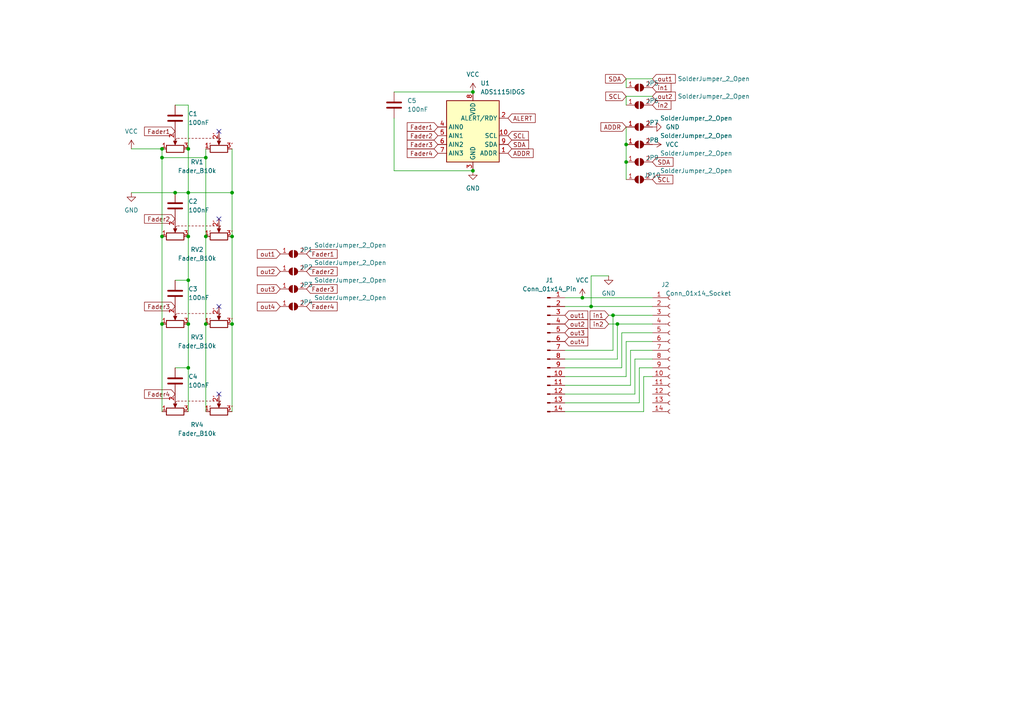
<source format=kicad_sch>
(kicad_sch (version 20230121) (generator eeschema)
  (paper "A4")
  (lib_symbols
    (symbol "Analog_ADC:ADS1115IDGS"
      (property "Reference" "U" (at 2.54 13.97 0))
      (property "Value" "ADS1115IDGS" (at 7.62 11.43 0))
      (symbol "ADS1115IDGS_0_1"
        (rectangle (start -7.62 10.16) (end 7.62 -7.62) (stroke (width 0.254)) (fill (type background)))
      )
      (symbol "ADS1115IDGS_1_1"
        (pin input line (at 10.16 -5.08 180) (length 2.54) (name "ADDR") (number "1"))
        (pin input line (at 10.16 0 180) (length 2.54) (name "SCL") (number "10"))
        (pin output line (at 10.16 5.08 180) (length 2.54) (name "ALERT/RDY") (number "2"))
        (pin power_in line (at 0 -10.16 90) (length 2.54) (name "GND") (number "3"))
        (pin input line (at -10.16 2.54 0) (length 2.54) (name "AIN0") (number "4"))
        (pin input line (at -10.16 0 0) (length 2.54) (name "AIN1") (number "5"))
        (pin input line (at -10.16 -2.54 0) (length 2.54) (name "AIN2") (number "6"))
        (pin input line (at -10.16 -5.08 0) (length 2.54) (name "AIN3") (number "7"))
        (pin power_in line (at 0 12.7 270) (length 2.54) (name "VDD") (number "8"))
        (pin bidirectional line (at 10.16 -2.54 180) (length 2.54) (name "SDA") (number "9"))
      )
    )
    (symbol "Connector:Conn_01x14_Pin" (pin_names (offset 1.016) hide)
      (property "Reference" "J" (at 0 17.78 0))
      (property "Value" "Conn_01x14_Pin" (at 0 -20.32 0))
      (symbol "Conn_01x14_Pin_1_1"
        (polyline (pts (xy 1.27 -17.78) (xy 0.8636 -17.78)) (stroke (width 0.1524)))
        (polyline (pts (xy 1.27 -15.24) (xy 0.8636 -15.24)) (stroke (width 0.1524)))
        (polyline (pts (xy 1.27 -12.7) (xy 0.8636 -12.7)) (stroke (width 0.1524)))
        (polyline (pts (xy 1.27 -10.16) (xy 0.8636 -10.16)) (stroke (width 0.1524)))
        (polyline (pts (xy 1.27 -7.62) (xy 0.8636 -7.62)) (stroke (width 0.1524)))
        (polyline (pts (xy 1.27 -5.08) (xy 0.8636 -5.08)) (stroke (width 0.1524)))
        (polyline (pts (xy 1.27 -2.54) (xy 0.8636 -2.54)) (stroke (width 0.1524)))
        (polyline (pts (xy 1.27 0) (xy 0.8636 0)) (stroke (width 0.1524)))
        (polyline (pts (xy 1.27 2.54) (xy 0.8636 2.54)) (stroke (width 0.1524)))
        (polyline (pts (xy 1.27 5.08) (xy 0.8636 5.08)) (stroke (width 0.1524)))
        (polyline (pts (xy 1.27 7.62) (xy 0.8636 7.62)) (stroke (width 0.1524)))
        (polyline (pts (xy 1.27 10.16) (xy 0.8636 10.16)) (stroke (width 0.1524)))
        (polyline (pts (xy 1.27 12.7) (xy 0.8636 12.7)) (stroke (width 0.1524)))
        (polyline (pts (xy 1.27 15.24) (xy 0.8636 15.24)) (stroke (width 0.1524)))
        (rectangle (start 0.8636 -17.653) (end 0 -17.907) (stroke (width 0.1524)) (fill (type outline)))
        (rectangle (start 0.8636 -15.113) (end 0 -15.367) (stroke (width 0.1524)) (fill (type outline)))
        (rectangle (start 0.8636 -12.573) (end 0 -12.827) (stroke (width 0.1524)) (fill (type outline)))
        (rectangle (start 0.8636 -10.033) (end 0 -10.287) (stroke (width 0.1524)) (fill (type outline)))
        (rectangle (start 0.8636 -7.493) (end 0 -7.747) (stroke (width 0.1524)) (fill (type outline)))
        (rectangle (start 0.8636 -4.953) (end 0 -5.207) (stroke (width 0.1524)) (fill (type outline)))
        (rectangle (start 0.8636 -2.413) (end 0 -2.667) (stroke (width 0.1524)) (fill (type outline)))
        (rectangle (start 0.8636 0.127) (end 0 -0.127) (stroke (width 0.1524)) (fill (type outline)))
        (rectangle (start 0.8636 2.667) (end 0 2.413) (stroke (width 0.1524)) (fill (type outline)))
        (rectangle (start 0.8636 5.207) (end 0 4.953) (stroke (width 0.1524)) (fill (type outline)))
        (rectangle (start 0.8636 7.747) (end 0 7.493) (stroke (width 0.1524)) (fill (type outline)))
        (rectangle (start 0.8636 10.287) (end 0 10.033) (stroke (width 0.1524)) (fill (type outline)))
        (rectangle (start 0.8636 12.827) (end 0 12.573) (stroke (width 0.1524)) (fill (type outline)))
        (rectangle (start 0.8636 15.367) (end 0 15.113) (stroke (width 0.1524)) (fill (type outline)))
        (pin passive line (at 5.08 15.24 180) (length 3.81) (name "Pin_1") (number "1"))
        (pin passive line (at 5.08 -7.62 180) (length 3.81) (name "Pin_10") (number "10"))
        (pin passive line (at 5.08 -10.16 180) (length 3.81) (name "Pin_11") (number "11"))
        (pin passive line (at 5.08 -12.7 180) (length 3.81) (name "Pin_12") (number "12"))
        (pin passive line (at 5.08 -15.24 180) (length 3.81) (name "Pin_13") (number "13"))
        (pin passive line (at 5.08 -17.78 180) (length 3.81) (name "Pin_14") (number "14"))
        (pin passive line (at 5.08 12.7 180) (length 3.81) (name "Pin_2") (number "2"))
        (pin passive line (at 5.08 10.16 180) (length 3.81) (name "Pin_3") (number "3"))
        (pin passive line (at 5.08 7.62 180) (length 3.81) (name "Pin_4") (number "4"))
        (pin passive line (at 5.08 5.08 180) (length 3.81) (name "Pin_5") (number "5"))
        (pin passive line (at 5.08 2.54 180) (length 3.81) (name "Pin_6") (number "6"))
        (pin passive line (at 5.08 0 180) (length 3.81) (name "Pin_7") (number "7"))
        (pin passive line (at 5.08 -2.54 180) (length 3.81) (name "Pin_8") (number "8"))
        (pin passive line (at 5.08 -5.08 180) (length 3.81) (name "Pin_9") (number "9"))
      )
    )
    (symbol "Connector:Conn_01x14_Socket" (pin_names (offset 1.016) hide)
      (property "Reference" "J" (at 0 17.78 0))
      (property "Value" "Conn_01x14_Socket" (at 0 -20.32 0))
      (symbol "Conn_01x14_Socket_1_1"
        (arc (start 0 -17.272) (mid -0.5058 -17.78) (end 0 -18.288) (stroke (width 0.1524)))
        (arc (start 0 -14.732) (mid -0.5058 -15.24) (end 0 -15.748) (stroke (width 0.1524)))
        (arc (start 0 -12.192) (mid -0.5058 -12.7) (end 0 -13.208) (stroke (width 0.1524)))
        (arc (start 0 -9.652) (mid -0.5058 -10.16) (end 0 -10.668) (stroke (width 0.1524)))
        (arc (start 0 -7.112) (mid -0.5058 -7.62) (end 0 -8.128) (stroke (width 0.1524)))
        (arc (start 0 -4.572) (mid -0.5058 -5.08) (end 0 -5.588) (stroke (width 0.1524)))
        (arc (start 0 -2.032) (mid -0.5058 -2.54) (end 0 -3.048) (stroke (width 0.1524)))
        (polyline (pts (xy -1.27 -17.78) (xy -0.508 -17.78)) (stroke (width 0.1524)))
        (polyline (pts (xy -1.27 -15.24) (xy -0.508 -15.24)) (stroke (width 0.1524)))
        (polyline (pts (xy -1.27 -12.7) (xy -0.508 -12.7)) (stroke (width 0.1524)))
        (polyline (pts (xy -1.27 -10.16) (xy -0.508 -10.16)) (stroke (width 0.1524)))
        (polyline (pts (xy -1.27 -7.62) (xy -0.508 -7.62)) (stroke (width 0.1524)))
        (polyline (pts (xy -1.27 -5.08) (xy -0.508 -5.08)) (stroke (width 0.1524)))
        (polyline (pts (xy -1.27 -2.54) (xy -0.508 -2.54)) (stroke (width 0.1524)))
        (polyline (pts (xy -1.27 0) (xy -0.508 0)) (stroke (width 0.1524)))
        (polyline (pts (xy -1.27 2.54) (xy -0.508 2.54)) (stroke (width 0.1524)))
        (polyline (pts (xy -1.27 5.08) (xy -0.508 5.08)) (stroke (width 0.1524)))
        (polyline (pts (xy -1.27 7.62) (xy -0.508 7.62)) (stroke (width 0.1524)))
        (polyline (pts (xy -1.27 10.16) (xy -0.508 10.16)) (stroke (width 0.1524)))
        (polyline (pts (xy -1.27 12.7) (xy -0.508 12.7)) (stroke (width 0.1524)))
        (polyline (pts (xy -1.27 15.24) (xy -0.508 15.24)) (stroke (width 0.1524)))
        (arc (start 0 0.508) (mid -0.5058 0) (end 0 -0.508) (stroke (width 0.1524)))
        (arc (start 0 3.048) (mid -0.5058 2.54) (end 0 2.032) (stroke (width 0.1524)))
        (arc (start 0 5.588) (mid -0.5058 5.08) (end 0 4.572) (stroke (width 0.1524)))
        (arc (start 0 8.128) (mid -0.5058 7.62) (end 0 7.112) (stroke (width 0.1524)))
        (arc (start 0 10.668) (mid -0.5058 10.16) (end 0 9.652) (stroke (width 0.1524)))
        (arc (start 0 13.208) (mid -0.5058 12.7) (end 0 12.192) (stroke (width 0.1524)))
        (arc (start 0 15.748) (mid -0.5058 15.24) (end 0 14.732) (stroke (width 0.1524)))
        (pin passive line (at -5.08 15.24 0) (length 3.81) (name "Pin_1") (number "1"))
        (pin passive line (at -5.08 -7.62 0) (length 3.81) (name "Pin_10") (number "10"))
        (pin passive line (at -5.08 -10.16 0) (length 3.81) (name "Pin_11") (number "11"))
        (pin passive line (at -5.08 -12.7 0) (length 3.81) (name "Pin_12") (number "12"))
        (pin passive line (at -5.08 -15.24 0) (length 3.81) (name "Pin_13") (number "13"))
        (pin passive line (at -5.08 -17.78 0) (length 3.81) (name "Pin_14") (number "14"))
        (pin passive line (at -5.08 12.7 0) (length 3.81) (name "Pin_2") (number "2"))
        (pin passive line (at -5.08 10.16 0) (length 3.81) (name "Pin_3") (number "3"))
        (pin passive line (at -5.08 7.62 0) (length 3.81) (name "Pin_4") (number "4"))
        (pin passive line (at -5.08 5.08 0) (length 3.81) (name "Pin_5") (number "5"))
        (pin passive line (at -5.08 2.54 0) (length 3.81) (name "Pin_6") (number "6"))
        (pin passive line (at -5.08 0 0) (length 3.81) (name "Pin_7") (number "7"))
        (pin passive line (at -5.08 -2.54 0) (length 3.81) (name "Pin_8") (number "8"))
        (pin passive line (at -5.08 -5.08 0) (length 3.81) (name "Pin_9") (number "9"))
      )
    )
    (symbol "Device:C" (pin_numbers hide) (pin_names (offset 0.254))
      (property "Reference" "C" (at 0.635 2.54 0))
      (property "Value" "C" (at 0.635 -2.54 0))
      (symbol "C_0_1"
        (polyline (pts (xy -2.032 -0.762) (xy 2.032 -0.762)) (stroke (width 0.508)))
        (polyline (pts (xy -2.032 0.762) (xy 2.032 0.762)) (stroke (width 0.508)))
      )
      (symbol "C_1_1"
        (pin passive line (at 0 3.81 270) (length 2.794) (name "~") (number "1"))
        (pin passive line (at 0 -3.81 90) (length 2.794) (name "~") (number "2"))
      )
    )
    (symbol "Jumper:SolderJumper_2_Open" (pin_names (offset 0) hide)
      (property "Reference" "JP" (at 0 2.032 0))
      (property "Value" "SolderJumper_2_Open" (at 0 -2.54 0))
      (symbol "SolderJumper_2_Open_0_1"
        (arc (start -0.254 1.016) (mid -1.2656 0) (end -0.254 -1.016))
        (arc (start -0.254 1.016) (mid -1.2656 0) (end -0.254 -1.016) (fill (type outline)))
        (polyline (pts (xy -0.254 1.016) (xy -0.254 -1.016)))
        (polyline (pts (xy 0.254 1.016) (xy 0.254 -1.016)))
        (arc (start 0.254 -1.016) (mid 1.2656 0) (end 0.254 1.016))
        (arc (start 0.254 -1.016) (mid 1.2656 0) (end 0.254 1.016) (fill (type outline)))
      )
      (symbol "SolderJumper_2_Open_1_1"
        (pin passive line (at -3.81 0 0) (length 2.54) (name "A") (number "1"))
        (pin passive line (at 3.81 0 180) (length 2.54) (name "B") (number "2"))
      )
    )
    (symbol "Library:Fader_B10k" (pin_names (offset 1.016) hide)
      (property "Reference" "RV1" (at 0 -6.35 0))
      (property "Value" "Fader_B10k" (at 0 -8.89 0))
      (symbol "Fader_B10k_0_1"
        (rectangle (start -8.89 -1.524) (end -3.81 -3.556) (stroke (width 0.254)))
        (polyline (pts (xy -6.35 0) (xy -6.35 -1.016)))
        (polyline (pts (xy -6.35 0) (xy -6.35 -1.016)))
        (polyline (pts (xy -6.35 0) (xy -5.842 0.508)))
        (polyline (pts (xy -5.588 0.508) (xy -5.08 0.508)))
        (polyline (pts (xy -4.572 0.508) (xy -4.064 0.508)))
        (polyline (pts (xy -3.556 0.508) (xy -3.048 0.508)))
        (polyline (pts (xy -2.54 0.508) (xy -2.032 0.508)))
        (polyline (pts (xy -1.524 0.508) (xy -1.016 0.508)))
        (polyline (pts (xy -0.508 0.508) (xy 0 0.508)))
        (polyline (pts (xy 0.508 0.508) (xy 1.016 0.508)))
        (polyline (pts (xy 1.524 0.508) (xy 2.032 0.508)))
        (polyline (pts (xy 2.54 0.508) (xy 3.048 0.508)))
        (polyline (pts (xy 3.556 0.508) (xy 4.064 0.508)))
        (polyline (pts (xy 4.572 0.508) (xy 5.08 0.508)))
        (polyline (pts (xy 5.588 0.508) (xy 6.096 0.508)))
        (polyline (pts (xy 6.35 0) (xy 6.35 -1.016)))
        (polyline (pts (xy 6.35 0) (xy 6.35 -1.016)))
        (polyline (pts (xy 6.604 0.508) (xy 6.858 0.508) (xy 6.35 0)))
        (polyline (pts (xy -6.35 -1.397) (xy -6.858 -0.254) (xy -5.842 -0.254) (xy -6.35 -1.397)) (fill (type outline)))
        (polyline (pts (xy 6.35 -1.397) (xy 5.842 -0.254) (xy 6.858 -0.254) (xy 6.35 -1.397)) (fill (type outline)))
        (rectangle (start 3.81 -1.524) (end 8.89 -3.556) (stroke (width 0.254)))
      )
      (symbol "Fader_B10k_1_1"
        (pin passive line (at -10.16 -2.54 0) (length 1.27) (name "1") (number "1"))
        (pin passive line (at 2.54 -2.54 0) (length 1.27) (name "1'") (number "1'"))
        (pin passive line (at -6.35 2.54 270) (length 2.54) (name "2") (number "2"))
        (pin passive line (at 6.35 2.54 270) (length 2.54) (name "2'") (number "2'"))
        (pin passive line (at -2.54 -2.54 180) (length 1.27) (name "3") (number "3"))
        (pin passive line (at 10.16 -2.54 180) (length 1.27) (name "3'") (number "3'"))
        (pin passive line (at -6.35 -6.35 90) (length 1.27) hide (name "4") (number "4"))
        (pin passive line (at 6.35 -6.35 90) (length 1.27) hide (name "5") (number "5"))
      )
    )
    (symbol "power:GND" (power) (pin_names (offset 0))
      (property "Value" "GND" (at 0 -3.81 0))
      (symbol "GND_0_1"
        (polyline (pts (xy 0 0) (xy 0 -1.27) (xy 1.27 -1.27) (xy 0 -2.54) (xy -1.27 -1.27) (xy 0 -1.27)))
      )
      (symbol "GND_1_1"
        (pin power_in line (at 0 0 270) (length 0) hide (name "GND") (number "1"))
      )
    )
    (symbol "power:VCC" (power) (pin_names (offset 0))
      (property "Value" "VCC" (at 0 3.81 0))
      (symbol "VCC_0_1"
        (polyline (pts (xy -0.762 1.27) (xy 0 2.54)))
        (polyline (pts (xy 0 0) (xy 0 2.54)))
        (polyline (pts (xy 0 2.54) (xy 0.762 1.27)))
      )
      (symbol "VCC_1_1"
        (pin power_in line (at 0 0 90) (length 0) hide (name "VCC") (number "1"))
      )
    )
  )
  (junction (at 67.31 55.88))
  (junction (at 171.45 88.9))
  (junction (at 54.61 55.88))
  (junction (at 59.69 68.58))
  (junction (at 54.61 43.18))
  (junction (at 54.61 106.68))
  (junction (at 59.69 45.72))
  (junction (at 50.8 55.88))
  (junction (at 46.99 43.18))
  (junction (at 137.16 26.67))
  (junction (at 67.31 93.98))
  (junction (at 46.99 45.72))
  (junction (at 54.61 68.58))
  (junction (at 168.91 86.36))
  (junction (at 54.61 93.98))
  (junction (at 181.61 41.91))
  (junction (at 177.8 91.44))
  (junction (at 46.99 93.98))
  (junction (at 59.69 93.98))
  (junction (at 46.99 68.58))
  (junction (at 137.16 49.53))
  (junction (at 181.61 46.99))
  (junction (at 67.31 68.58))
  (junction (at 54.61 81.28))
  (junction (at 179.07 93.98))
  (no_connect (at 63.5 38.1))
  (no_connect (at 63.5 63.5))
  (no_connect (at 63.5 88.9))
  (no_connect (at 63.5 114.3))
  (wire (pts (xy 54.61 55.88) (xy 54.61 68.58)))
  (wire (pts (xy 50.8 106.68) (xy 54.61 106.68)))
  (wire (pts (xy 163.83 88.9) (xy 171.45 88.9)))
  (wire (pts (xy 189.23 101.6) (xy 182.88 101.6)))
  (wire (pts (xy 50.8 81.28) (xy 54.61 81.28)))
  (wire (pts (xy 59.69 93.98) (xy 59.69 119.38)))
  (wire (pts (xy 177.8 101.6) (xy 163.83 101.6)))
  (wire (pts (xy 59.69 43.18) (xy 59.69 45.72)))
  (wire (pts (xy 54.61 81.28) (xy 54.61 93.98)))
  (wire (pts (xy 54.61 43.18) (xy 54.61 30.48)))
  (wire (pts (xy 186.69 109.22) (xy 186.69 119.38)))
  (wire (pts (xy 59.69 68.58) (xy 59.69 93.98)))
  (wire (pts (xy 67.31 93.98) (xy 67.31 119.38)))
  (wire (pts (xy 185.42 106.68) (xy 185.42 116.84)))
  (wire (pts (xy 180.34 96.52) (xy 180.34 106.68)))
  (wire (pts (xy 67.31 55.88) (xy 67.31 68.58)))
  (wire (pts (xy 189.23 104.14) (xy 184.15 104.14)))
  (wire (pts (xy 181.61 99.06) (xy 181.61 109.22)))
  (wire (pts (xy 181.61 25.4) (xy 181.61 22.86)))
  (wire (pts (xy 181.61 41.91) (xy 181.61 46.99)))
  (wire (pts (xy 50.8 55.88) (xy 54.61 55.88)))
  (wire (pts (xy 114.3 49.53) (xy 137.16 49.53)))
  (wire (pts (xy 46.99 43.18) (xy 46.99 45.72)))
  (wire (pts (xy 137.16 26.67) (xy 114.3 26.67)))
  (wire (pts (xy 181.61 22.86) (xy 189.23 22.86)))
  (wire (pts (xy 184.15 104.14) (xy 184.15 114.3)))
  (wire (pts (xy 189.23 96.52) (xy 180.34 96.52)))
  (wire (pts (xy 181.61 46.99) (xy 181.61 52.07)))
  (wire (pts (xy 54.61 55.88) (xy 67.31 55.88)))
  (wire (pts (xy 171.45 88.9) (xy 171.45 80.01)))
  (wire (pts (xy 54.61 106.68) (xy 54.61 119.38)))
  (wire (pts (xy 181.61 36.83) (xy 181.61 41.91)))
  (wire (pts (xy 189.23 106.68) (xy 185.42 106.68)))
  (wire (pts (xy 54.61 68.58) (xy 54.61 81.28)))
  (wire (pts (xy 182.88 111.76) (xy 163.83 111.76)))
  (wire (pts (xy 46.99 45.72) (xy 46.99 68.58)))
  (wire (pts (xy 171.45 88.9) (xy 189.23 88.9)))
  (wire (pts (xy 182.88 101.6) (xy 182.88 111.76)))
  (wire (pts (xy 38.1 43.18) (xy 46.99 43.18)))
  (wire (pts (xy 46.99 45.72) (xy 59.69 45.72)))
  (wire (pts (xy 181.61 109.22) (xy 163.83 109.22)))
  (wire (pts (xy 177.8 91.44) (xy 176.53 91.44)))
  (wire (pts (xy 67.31 43.18) (xy 67.31 55.88)))
  (wire (pts (xy 54.61 30.48) (xy 50.8 30.48)))
  (wire (pts (xy 59.69 45.72) (xy 59.69 68.58)))
  (wire (pts (xy 176.53 93.98) (xy 179.07 93.98)))
  (wire (pts (xy 189.23 99.06) (xy 181.61 99.06)))
  (wire (pts (xy 67.31 68.58) (xy 67.31 93.98)))
  (wire (pts (xy 163.83 86.36) (xy 168.91 86.36)))
  (wire (pts (xy 180.34 106.68) (xy 163.83 106.68)))
  (wire (pts (xy 171.45 80.01) (xy 176.53 80.01)))
  (wire (pts (xy 54.61 43.18) (xy 54.61 55.88)))
  (wire (pts (xy 38.1 55.88) (xy 50.8 55.88)))
  (wire (pts (xy 46.99 93.98) (xy 46.99 119.38)))
  (wire (pts (xy 46.99 68.58) (xy 46.99 93.98)))
  (wire (pts (xy 114.3 34.29) (xy 114.3 49.53)))
  (wire (pts (xy 184.15 114.3) (xy 163.83 114.3)))
  (wire (pts (xy 181.61 27.94) (xy 189.23 27.94)))
  (wire (pts (xy 177.8 91.44) (xy 177.8 101.6)))
  (wire (pts (xy 177.8 91.44) (xy 189.23 91.44)))
  (wire (pts (xy 179.07 104.14) (xy 163.83 104.14)))
  (wire (pts (xy 179.07 93.98) (xy 179.07 104.14)))
  (wire (pts (xy 185.42 116.84) (xy 163.83 116.84)))
  (wire (pts (xy 181.61 30.48) (xy 181.61 27.94)))
  (wire (pts (xy 179.07 93.98) (xy 189.23 93.98)))
  (wire (pts (xy 189.23 109.22) (xy 186.69 109.22)))
  (wire (pts (xy 168.91 86.36) (xy 189.23 86.36)))
  (wire (pts (xy 186.69 119.38) (xy 163.83 119.38)))
  (wire (pts (xy 54.61 93.98) (xy 54.61 106.68)))
  (global_label "SCL" (shape input) (at 147.32 39.37 0) (property "Intersheetrefs" "${INTERSHEET_REFS}" (effects hide)))
  (global_label "out1" (shape input) (at 189.23 22.86 0) (property "Intersheetrefs" "${INTERSHEET_REFS}" (effects hide)))
  (global_label "ADDR" (shape input) (at 181.61 36.83 180) (property "Intersheetrefs" "${INTERSHEET_REFS}" (effects hide)))
  (global_label "in2" (shape input) (at 189.23 30.48 0) (property "Intersheetrefs" "${INTERSHEET_REFS}" (effects hide)))
  (global_label "ALERT" (shape input) (at 147.32 34.29 0) (property "Intersheetrefs" "${INTERSHEET_REFS}" (effects hide)))
  (global_label "Fader2" (shape input) (at 127 39.37 180) (property "Intersheetrefs" "${INTERSHEET_REFS}" (effects hide)))
  (global_label "SCL" (shape input) (at 181.61 27.94 180) (property "Intersheetrefs" "${INTERSHEET_REFS}" (effects hide)))
  (global_label "Fader2" (shape input) (at 50.8 63.5 180) (property "Intersheetrefs" "${INTERSHEET_REFS}" (effects hide)))
  (global_label "ADDR" (shape input) (at 147.32 44.45 0) (property "Intersheetrefs" "${INTERSHEET_REFS}" (effects hide)))
  (global_label "out1" (shape input) (at 81.28 73.66 180) (property "Intersheetrefs" "${INTERSHEET_REFS}" (effects hide)))
  (global_label "out1" (shape input) (at 163.83 91.44 0) (property "Intersheetrefs" "${INTERSHEET_REFS}" (effects hide)))
  (global_label "in1" (shape input) (at 176.53 91.44 180) (property "Intersheetrefs" "${INTERSHEET_REFS}" (effects hide)))
  (global_label "SDA" (shape input) (at 181.61 22.86 180) (property "Intersheetrefs" "${INTERSHEET_REFS}" (effects hide)))
  (global_label "Fader1" (shape input) (at 127 36.83 180) (property "Intersheetrefs" "${INTERSHEET_REFS}" (effects hide)))
  (global_label "Fader3" (shape input) (at 50.8 88.9 180) (property "Intersheetrefs" "${INTERSHEET_REFS}" (effects hide)))
  (global_label "Fader1" (shape input) (at 88.9 73.66 0) (property "Intersheetrefs" "${INTERSHEET_REFS}" (effects hide)))
  (global_label "Fader3" (shape input) (at 88.9 83.82 0) (property "Intersheetrefs" "${INTERSHEET_REFS}" (effects hide)))
  (global_label "Fader1" (shape input) (at 50.8 38.1 180) (property "Intersheetrefs" "${INTERSHEET_REFS}" (effects hide)))
  (global_label "out3" (shape input) (at 81.28 83.82 180) (property "Intersheetrefs" "${INTERSHEET_REFS}" (effects hide)))
  (global_label "SDA" (shape input) (at 147.32 41.91 0) (property "Intersheetrefs" "${INTERSHEET_REFS}" (effects hide)))
  (global_label "out3" (shape input) (at 163.83 96.52 0) (property "Intersheetrefs" "${INTERSHEET_REFS}" (effects hide)))
  (global_label "out4" (shape input) (at 81.28 88.9 180) (property "Intersheetrefs" "${INTERSHEET_REFS}" (effects hide)))
  (global_label "Fader4" (shape input) (at 50.8 114.3 180) (property "Intersheetrefs" "${INTERSHEET_REFS}" (effects hide)))
  (global_label "in2" (shape input) (at 176.53 93.98 180) (property "Intersheetrefs" "${INTERSHEET_REFS}" (effects hide)))
  (global_label "out2" (shape input) (at 163.83 93.98 0) (property "Intersheetrefs" "${INTERSHEET_REFS}" (effects hide)))
  (global_label "SDA" (shape input) (at 189.23 46.99 0) (property "Intersheetrefs" "${INTERSHEET_REFS}" (effects hide)))
  (global_label "Fader4" (shape input) (at 127 44.45 180) (property "Intersheetrefs" "${INTERSHEET_REFS}" (effects hide)))
  (global_label "out2" (shape input) (at 81.28 78.74 180) (property "Intersheetrefs" "${INTERSHEET_REFS}" (effects hide)))
  (global_label "out2" (shape input) (at 189.23 27.94 0) (property "Intersheetrefs" "${INTERSHEET_REFS}" (effects hide)))
  (global_label "SCL" (shape input) (at 189.23 52.07 0) (property "Intersheetrefs" "${INTERSHEET_REFS}" (effects hide)))
  (global_label "in1" (shape input) (at 189.23 25.4 0) (property "Intersheetrefs" "${INTERSHEET_REFS}" (effects hide)))
  (global_label "Fader2" (shape input) (at 88.9 78.74 0) (property "Intersheetrefs" "${INTERSHEET_REFS}" (effects hide)))
  (global_label "out4" (shape input) (at 163.83 99.06 0) (property "Intersheetrefs" "${INTERSHEET_REFS}" (effects hide)))
  (global_label "Fader4" (shape input) (at 88.9 88.9 0) (property "Intersheetrefs" "${INTERSHEET_REFS}" (effects hide)))
  (global_label "Fader3" (shape input) (at 127 41.91 180) (property "Intersheetrefs" "${INTERSHEET_REFS}" (effects hide)))
  (symbol (lib_id "Jumper:SolderJumper_2_Open") (at 185.42 52.07 0) (unit 1)
    (property "Reference" "JP10" (at 189.23 50.8 0))
    (property "Value" "SolderJumper_2_Open" (at 201.93 49.53 0))
    (property "Footprint" "Jumper:SolderJumper-2_P1.3mm_Open_RoundedPad1.0x1.5mm" (effects hide))
  )
  (symbol (lib_id "Library:Fader_B10k") (at 57.15 66.04 0) (unit 1)
    (property "Reference" "RV2" (at 57.15 72.39 0))
    (property "Value" "Fader_B10k" (at 57.15 74.93 0))
    (property "Footprint" "Library:Fader B10K" (effects hide))
  )
  (symbol (lib_id "Analog_ADC:ADS1115IDGS") (at 137.16 39.37 0) (unit 1)
    (property "Reference" "U1" (at 139.3541 24.13 0) (effects (justify left)))
    (property "Value" "ADS1115IDGS" (at 139.3541 26.67 0) (effects (justify left)))
    (property "Footprint" "Package_SO:TSSOP-10_3x3mm_P0.5mm" (effects hide))
    (property "Datasheet" "http://www.ti.com/lit/ds/symlink/ads1113.pdf" (effects hide))
  )
  (symbol (lib_id "power:VCC") (at 189.23 41.91 270) (unit 1)
    (property "Reference" "#VCC03" (effects hide))
    (property "Value" "VCC" (at 193.04 41.91 90) (effects (justify left)))
  )
  (symbol (lib_id "Library:Fader_B10k") (at 57.15 40.64 0) (unit 1)
    (property "Reference" "RV1" (at 57.15 46.99 0))
    (property "Value" "Fader_B10k" (at 57.15 49.53 0))
    (property "Footprint" "Library:Fader B10K" (effects hide))
  )
  (symbol (lib_id "Jumper:SolderJumper_2_Open") (at 85.09 83.82 0) (unit 1)
    (property "Reference" "JP3" (at 88.9 82.55 0))
    (property "Value" "SolderJumper_2_Open" (at 101.6 81.28 0))
    (property "Footprint" "Jumper:SolderJumper-2_P1.3mm_Open_RoundedPad1.0x1.5mm" (effects hide))
  )
  (symbol (lib_id "Jumper:SolderJumper_2_Open") (at 85.09 73.66 0) (unit 1)
    (property "Reference" "JP1" (at 88.9 72.39 0))
    (property "Value" "SolderJumper_2_Open" (at 101.6 71.12 0))
    (property "Footprint" "Jumper:SolderJumper-2_P1.3mm_Open_RoundedPad1.0x1.5mm" (effects hide))
  )
  (symbol (lib_id "Jumper:SolderJumper_2_Open") (at 185.42 30.48 0) (unit 1)
    (property "Reference" "JP6" (at 189.23 29.21 0))
    (property "Value" "SolderJumper_2_Open" (at 207.01 27.94 0))
    (property "Footprint" "Jumper:SolderJumper-2_P1.3mm_Open_RoundedPad1.0x1.5mm" (effects hide))
  )
  (symbol (lib_id "power:VCC") (at 137.16 26.67 0) (unit 1)
    (property "Reference" "#VCC02" (effects hide))
    (property "Value" "VCC" (at 137.16 21.59 0))
  )
  (symbol (lib_id "Library:Fader_B10k") (at 57.15 116.84 0) (unit 1)
    (property "Reference" "RV4" (at 57.15 123.19 0))
    (property "Value" "Fader_B10k" (at 57.15 125.73 0))
    (property "Footprint" "Library:Fader B10K" (effects hide))
  )
  (symbol (lib_id "Jumper:SolderJumper_2_Open") (at 185.42 36.83 0) (unit 1)
    (property "Reference" "JP7" (at 189.23 35.56 0))
    (property "Value" "SolderJumper_2_Open" (at 201.93 34.29 0))
    (property "Footprint" "Jumper:SolderJumper-2_P1.3mm_Open_RoundedPad1.0x1.5mm" (effects hide))
  )
  (symbol (lib_id "Connector:Conn_01x14_Socket") (at 194.31 101.6 0) (unit 1)
    (property "Reference" "J2" (at 191.77 82.55 0) (effects (justify left)))
    (property "Value" "Conn_01x14_Socket" (at 193.04 85.09 0) (effects (justify left)))
    (property "Footprint" "Connector_PinSocket_2.54mm:PinSocket_1x14_P2.54mm_Horizontal" (effects hide))
  )
  (symbol (lib_id "Device:C") (at 50.8 110.49 0) (unit 1)
    (property "Reference" "C4" (at 54.61 109.22 0) (effects (justify left)))
    (property "Value" "100nF" (at 54.61 111.76 0) (effects (justify left)))
    (property "Footprint" "Capacitor_SMD:C_0805_2012Metric_Pad1.18x1.45mm_HandSolder" (effects hide))
  )
  (symbol (lib_id "power:GND") (at 38.1 55.88 0) (unit 1)
    (property "Reference" "#PWR01" (effects hide))
    (property "Value" "GND" (at 38.1 60.96 0))
  )
  (symbol (lib_id "Jumper:SolderJumper_2_Open") (at 185.42 41.91 0) (unit 1)
    (property "Reference" "JP8" (at 189.23 40.64 0))
    (property "Value" "SolderJumper_2_Open" (at 201.93 39.37 0))
    (property "Footprint" "Jumper:SolderJumper-2_P1.3mm_Open_RoundedPad1.0x1.5mm" (effects hide))
  )
  (symbol (lib_id "Device:C") (at 50.8 34.29 0) (unit 1)
    (property "Reference" "C1" (at 54.61 33.02 0) (effects (justify left)))
    (property "Value" "100nF" (at 54.61 35.56 0) (effects (justify left)))
    (property "Footprint" "Capacitor_SMD:C_0805_2012Metric_Pad1.18x1.45mm_HandSolder" (effects hide))
  )
  (symbol (lib_id "power:VCC") (at 38.1 43.18 0) (unit 1)
    (property "Reference" "#VCC0101" (effects hide))
    (property "Value" "VCC" (at 38.1 38.1 0))
  )
  (symbol (lib_id "Jumper:SolderJumper_2_Open") (at 85.09 78.74 0) (unit 1)
    (property "Reference" "JP2" (at 88.9 77.47 0))
    (property "Value" "SolderJumper_2_Open" (at 101.6 76.2 0))
    (property "Footprint" "Jumper:SolderJumper-2_P1.3mm_Open_RoundedPad1.0x1.5mm" (effects hide))
  )
  (symbol (lib_id "power:GND") (at 189.23 36.83 90) (unit 1)
    (property "Reference" "#PWR04" (effects hide))
    (property "Value" "GND" (at 193.04 36.83 90) (effects (justify right)))
  )
  (symbol (lib_id "Connector:Conn_01x14_Pin") (at 158.75 101.6 0) (unit 1)
    (property "Reference" "J1" (at 159.385 81.28 0))
    (property "Value" "Conn_01x14_Pin" (at 159.385 83.82 0))
    (property "Footprint" "Connector_PinHeader_2.54mm:PinHeader_1x14_P2.54mm_Horizontal" (effects hide))
  )
  (symbol (lib_id "power:GND") (at 137.16 49.53 0) (unit 1)
    (property "Reference" "#PWR03" (effects hide))
    (property "Value" "GND" (at 137.16 54.61 0))
  )
  (symbol (lib_id "power:GND") (at 176.53 80.01 0) (unit 1)
    (property "Reference" "#PWR02" (effects hide))
    (property "Value" "GND" (at 176.53 85.09 0))
  )
  (symbol (lib_id "Jumper:SolderJumper_2_Open") (at 85.09 88.9 0) (unit 1)
    (property "Reference" "JP4" (at 88.9 87.63 0))
    (property "Value" "SolderJumper_2_Open" (at 101.6 86.36 0))
    (property "Footprint" "Jumper:SolderJumper-2_P1.3mm_Open_RoundedPad1.0x1.5mm" (effects hide))
  )
  (symbol (lib_id "Jumper:SolderJumper_2_Open") (at 185.42 46.99 0) (unit 1)
    (property "Reference" "JP9" (at 189.23 45.72 0))
    (property "Value" "SolderJumper_2_Open" (at 201.93 44.45 0))
    (property "Footprint" "Jumper:SolderJumper-2_P1.3mm_Open_RoundedPad1.0x1.5mm" (effects hide))
  )
  (symbol (lib_id "power:VCC") (at 168.91 86.36 0) (unit 1)
    (property "Reference" "#VCC01" (effects hide))
    (property "Value" "VCC" (at 168.91 81.28 0))
  )
  (symbol (lib_id "Device:C") (at 50.8 59.69 0) (unit 1)
    (property "Reference" "C2" (at 54.61 58.42 0) (effects (justify left)))
    (property "Value" "100nF" (at 54.61 60.96 0) (effects (justify left)))
    (property "Footprint" "Capacitor_SMD:C_0805_2012Metric_Pad1.18x1.45mm_HandSolder" (effects hide))
  )
  (symbol (lib_id "Library:Fader_B10k") (at 57.15 91.44 0) (unit 1)
    (property "Reference" "RV3" (at 57.15 97.79 0))
    (property "Value" "Fader_B10k" (at 57.15 100.33 0))
    (property "Footprint" "Library:Fader B10K" (effects hide))
  )
  (symbol (lib_id "Device:C") (at 50.8 85.09 0) (unit 1)
    (property "Reference" "C3" (at 54.61 83.82 0) (effects (justify left)))
    (property "Value" "100nF" (at 54.61 86.36 0) (effects (justify left)))
    (property "Footprint" "Capacitor_SMD:C_0805_2012Metric_Pad1.18x1.45mm_HandSolder" (effects hide))
  )
  (symbol (lib_id "Jumper:SolderJumper_2_Open") (at 185.42 25.4 0) (unit 1)
    (property "Reference" "JP5" (at 189.23 24.13 0))
    (property "Value" "SolderJumper_2_Open" (at 207.01 22.86 0))
    (property "Footprint" "Jumper:SolderJumper-2_P1.3mm_Open_RoundedPad1.0x1.5mm" (effects hide))
  )
  (symbol (lib_id "Device:C") (at 114.3 30.48 0) (unit 1)
    (property "Reference" "C5" (at 118.11 29.21 0) (effects (justify left)))
    (property "Value" "100nF" (at 118.11 31.75 0) (effects (justify left)))
    (property "Footprint" "Capacitor_SMD:C_0805_2012Metric_Pad1.18x1.45mm_HandSolder" (effects hide))
  )
)
</source>
